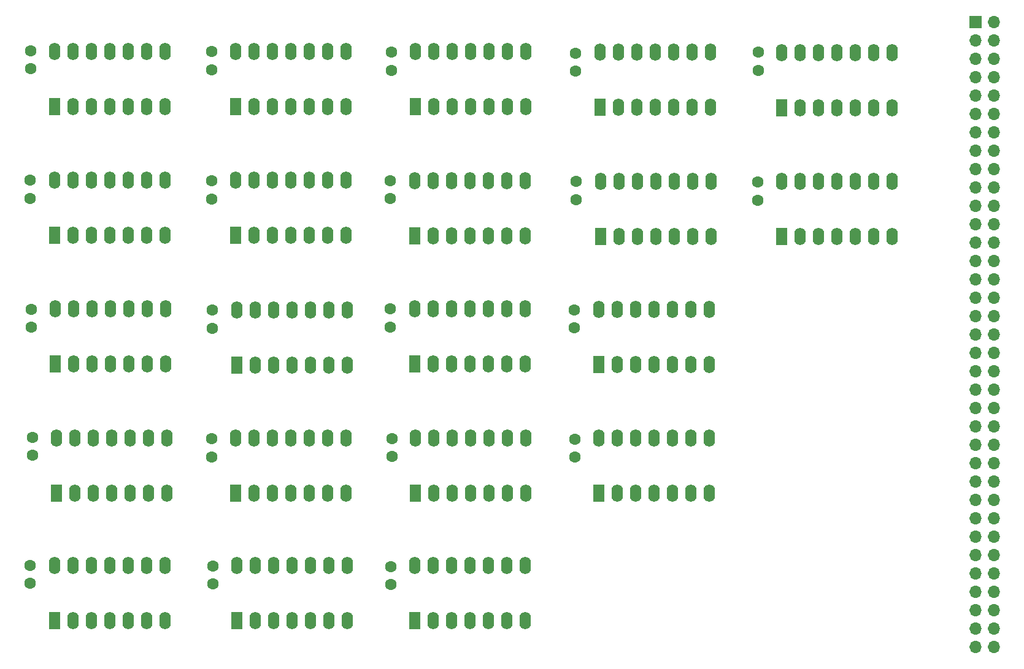
<source format=gbr>
G04 #@! TF.FileFunction,Soldermask,Bot*
%FSLAX46Y46*%
G04 Gerber Fmt 4.6, Leading zero omitted, Abs format (unit mm)*
G04 Created by KiCad (PCBNEW (2016-09-07 BZR 7135, Git c8cf783)-product) date Sat Feb  4 03:26:47 2017*
%MOMM*%
%LPD*%
G01*
G04 APERTURE LIST*
%ADD10C,0.100000*%
%ADD11R,1.600000X2.400000*%
%ADD12O,1.600000X2.400000*%
%ADD13R,1.700000X1.700000*%
%ADD14O,1.700000X1.700000*%
%ADD15C,1.600000*%
G04 APERTURE END LIST*
D10*
D11*
X51086900Y-38000000D03*
D12*
X66326900Y-30380000D03*
X53626900Y-38000000D03*
X63786900Y-30380000D03*
X56166900Y-38000000D03*
X61246900Y-30380000D03*
X58706900Y-38000000D03*
X58706900Y-30380000D03*
X61246900Y-38000000D03*
X56166900Y-30380000D03*
X63786900Y-38000000D03*
X53626900Y-30380000D03*
X66326900Y-38000000D03*
X51086900Y-30380000D03*
D11*
X76091100Y-38000000D03*
D12*
X91331100Y-30380000D03*
X78631100Y-38000000D03*
X88791100Y-30380000D03*
X81171100Y-38000000D03*
X86251100Y-30380000D03*
X83711100Y-38000000D03*
X83711100Y-30380000D03*
X86251100Y-38000000D03*
X81171100Y-30380000D03*
X88791100Y-38000000D03*
X78631100Y-30380000D03*
X91331100Y-38000000D03*
X76091100Y-30380000D03*
D11*
X100862000Y-37975000D03*
D12*
X116102000Y-30355000D03*
X103402000Y-37975000D03*
X113562000Y-30355000D03*
X105942000Y-37975000D03*
X111022000Y-30355000D03*
X108482000Y-37975000D03*
X108482000Y-30355000D03*
X111022000Y-37975000D03*
X105942000Y-30355000D03*
X113562000Y-37975000D03*
X103402000Y-30355000D03*
X116102000Y-37975000D03*
X100862000Y-30355000D03*
D11*
X126342000Y-38050000D03*
D12*
X141582000Y-30430000D03*
X128882000Y-38050000D03*
X139042000Y-30430000D03*
X131422000Y-38050000D03*
X136502000Y-30430000D03*
X133962000Y-38050000D03*
X133962000Y-30430000D03*
X136502000Y-38050000D03*
X131422000Y-30430000D03*
X139042000Y-38050000D03*
X128882000Y-30430000D03*
X141582000Y-38050000D03*
X126342000Y-30430000D03*
D11*
X151461000Y-38150000D03*
D12*
X166701000Y-30530000D03*
X154001000Y-38150000D03*
X164161000Y-30530000D03*
X156541000Y-38150000D03*
X161621000Y-30530000D03*
X159081000Y-38150000D03*
X159081000Y-30530000D03*
X161621000Y-38150000D03*
X156541000Y-30530000D03*
X164161000Y-38150000D03*
X154001000Y-30530000D03*
X166701000Y-38150000D03*
X151461000Y-30530000D03*
D11*
X51086900Y-55728100D03*
D12*
X66326900Y-48108100D03*
X53626900Y-55728100D03*
X63786900Y-48108100D03*
X56166900Y-55728100D03*
X61246900Y-48108100D03*
X58706900Y-55728100D03*
X58706900Y-48108100D03*
X61246900Y-55728100D03*
X56166900Y-48108100D03*
X63786900Y-55728100D03*
X53626900Y-48108100D03*
X66326900Y-55728100D03*
X51086900Y-48108100D03*
D11*
X76091100Y-55780000D03*
D12*
X91331100Y-48160000D03*
X78631100Y-55780000D03*
X88791100Y-48160000D03*
X81171100Y-55780000D03*
X86251100Y-48160000D03*
X83711100Y-55780000D03*
X83711100Y-48160000D03*
X86251100Y-55780000D03*
X81171100Y-48160000D03*
X88791100Y-55780000D03*
X78631100Y-48160000D03*
X91331100Y-55780000D03*
X76091100Y-48160000D03*
D11*
X100803000Y-55799400D03*
D12*
X116043000Y-48179400D03*
X103343000Y-55799400D03*
X113503000Y-48179400D03*
X105883000Y-55799400D03*
X110963000Y-48179400D03*
X108423000Y-55799400D03*
X108423000Y-48179400D03*
X110963000Y-55799400D03*
X105883000Y-48179400D03*
X113503000Y-55799400D03*
X103343000Y-48179400D03*
X116043000Y-55799400D03*
X100803000Y-48179400D03*
D11*
X126442000Y-55888300D03*
D12*
X141682000Y-48268300D03*
X128982000Y-55888300D03*
X139142000Y-48268300D03*
X131522000Y-55888300D03*
X136602000Y-48268300D03*
X134062000Y-55888300D03*
X134062000Y-48268300D03*
X136602000Y-55888300D03*
X131522000Y-48268300D03*
X139142000Y-55888300D03*
X128982000Y-48268300D03*
X141682000Y-55888300D03*
X126442000Y-48268300D03*
D11*
X151425000Y-55888300D03*
D12*
X166665000Y-48268300D03*
X153965000Y-55888300D03*
X164125000Y-48268300D03*
X156505000Y-55888300D03*
X161585000Y-48268300D03*
X159045000Y-55888300D03*
X159045000Y-48268300D03*
X161585000Y-55888300D03*
X156505000Y-48268300D03*
X164125000Y-55888300D03*
X153965000Y-48268300D03*
X166665000Y-55888300D03*
X151425000Y-48268300D03*
D11*
X51205000Y-73508800D03*
D12*
X66445000Y-65888800D03*
X53745000Y-73508800D03*
X63905000Y-65888800D03*
X56285000Y-73508800D03*
X61365000Y-65888800D03*
X58825000Y-73508800D03*
X58825000Y-65888800D03*
X61365000Y-73508800D03*
X56285000Y-65888800D03*
X63905000Y-73508800D03*
X53745000Y-65888800D03*
X66445000Y-73508800D03*
X51205000Y-65888800D03*
D11*
X76225600Y-73695000D03*
D12*
X91465600Y-66075000D03*
X78765600Y-73695000D03*
X88925600Y-66075000D03*
X81305600Y-73695000D03*
X86385600Y-66075000D03*
X83845600Y-73695000D03*
X83845600Y-66075000D03*
X86385600Y-73695000D03*
X81305600Y-66075000D03*
X88925600Y-73695000D03*
X78765600Y-66075000D03*
X91465600Y-73695000D03*
X76225600Y-66075000D03*
D11*
X100803000Y-73521200D03*
D12*
X116043000Y-65901200D03*
X103343000Y-73521200D03*
X113503000Y-65901200D03*
X105883000Y-73521200D03*
X110963000Y-65901200D03*
X108423000Y-73521200D03*
X108423000Y-65901200D03*
X110963000Y-73521200D03*
X105883000Y-65901200D03*
X113503000Y-73521200D03*
X103343000Y-65901200D03*
X116043000Y-73521200D03*
X100803000Y-65901200D03*
D11*
X126232000Y-73599200D03*
D12*
X141472000Y-65979200D03*
X128772000Y-73599200D03*
X138932000Y-65979200D03*
X131312000Y-73599200D03*
X136392000Y-65979200D03*
X133852000Y-73599200D03*
X133852000Y-65979200D03*
X136392000Y-73599200D03*
X131312000Y-65979200D03*
X138932000Y-73599200D03*
X128772000Y-65979200D03*
X141472000Y-73599200D03*
X126232000Y-65979200D03*
D11*
X51380000Y-91390000D03*
D12*
X66620000Y-83770000D03*
X53920000Y-91390000D03*
X64080000Y-83770000D03*
X56460000Y-91390000D03*
X61540000Y-83770000D03*
X59000000Y-91390000D03*
X59000000Y-83770000D03*
X61540000Y-91390000D03*
X56460000Y-83770000D03*
X64080000Y-91390000D03*
X53920000Y-83770000D03*
X66620000Y-91390000D03*
X51380000Y-83770000D03*
D11*
X76091100Y-91390000D03*
D12*
X91331100Y-83770000D03*
X78631100Y-91390000D03*
X88791100Y-83770000D03*
X81171100Y-91390000D03*
X86251100Y-83770000D03*
X83711100Y-91390000D03*
X83711100Y-83770000D03*
X86251100Y-91390000D03*
X81171100Y-83770000D03*
X88791100Y-91390000D03*
X78631100Y-83770000D03*
X91331100Y-91390000D03*
X76091100Y-83770000D03*
D11*
X100912000Y-91390000D03*
D12*
X116152000Y-83770000D03*
X103452000Y-91390000D03*
X113612000Y-83770000D03*
X105992000Y-91390000D03*
X111072000Y-83770000D03*
X108532000Y-91390000D03*
X108532000Y-83770000D03*
X111072000Y-91390000D03*
X105992000Y-83770000D03*
X113612000Y-91390000D03*
X103452000Y-83770000D03*
X116152000Y-91390000D03*
X100912000Y-83770000D03*
D11*
X126232000Y-91390000D03*
D12*
X141472000Y-83770000D03*
X128772000Y-91390000D03*
X138932000Y-83770000D03*
X131312000Y-91390000D03*
X136392000Y-83770000D03*
X133852000Y-91390000D03*
X133852000Y-83770000D03*
X136392000Y-91390000D03*
X131312000Y-83770000D03*
X138932000Y-91390000D03*
X128772000Y-83770000D03*
X141472000Y-91390000D03*
X126232000Y-83770000D03*
D11*
X51105000Y-108995000D03*
D12*
X66345000Y-101375000D03*
X53645000Y-108995000D03*
X63805000Y-101375000D03*
X56185000Y-108995000D03*
X61265000Y-101375000D03*
X58725000Y-108995000D03*
X58725000Y-101375000D03*
X61265000Y-108995000D03*
X56185000Y-101375000D03*
X63805000Y-108995000D03*
X53645000Y-101375000D03*
X66345000Y-108995000D03*
X51105000Y-101375000D03*
D11*
X76200600Y-108995000D03*
D12*
X91440600Y-101375000D03*
X78740600Y-108995000D03*
X88900600Y-101375000D03*
X81280600Y-108995000D03*
X86360600Y-101375000D03*
X83820600Y-108995000D03*
X83820600Y-101375000D03*
X86360600Y-108995000D03*
X81280600Y-101375000D03*
X88900600Y-108995000D03*
X78740600Y-101375000D03*
X91440600Y-108995000D03*
X76200600Y-101375000D03*
D11*
X100812000Y-108995000D03*
D12*
X116052000Y-101375000D03*
X103352000Y-108995000D03*
X113512000Y-101375000D03*
X105892000Y-108995000D03*
X110972000Y-101375000D03*
X108432000Y-108995000D03*
X108432000Y-101375000D03*
X110972000Y-108995000D03*
X105892000Y-101375000D03*
X113512000Y-108995000D03*
X103352000Y-101375000D03*
X116052000Y-108995000D03*
X100812000Y-101375000D03*
D13*
X178150000Y-26270000D03*
D14*
X180690000Y-26270000D03*
X178150000Y-28810000D03*
X180690000Y-28810000D03*
X178150000Y-31350000D03*
X180690000Y-31350000D03*
X178150000Y-33890000D03*
X180690000Y-33890000D03*
X178150000Y-36430000D03*
X180690000Y-36430000D03*
X178150000Y-38970000D03*
X180690000Y-38970000D03*
X178150000Y-41510000D03*
X180690000Y-41510000D03*
X178150000Y-44050000D03*
X180690000Y-44050000D03*
X178150000Y-46590000D03*
X180690000Y-46590000D03*
X178150000Y-49130000D03*
X180690000Y-49130000D03*
X178150000Y-51670000D03*
X180690000Y-51670000D03*
X178150000Y-54210000D03*
X180690000Y-54210000D03*
X178150000Y-56750000D03*
X180690000Y-56750000D03*
X178150000Y-59290000D03*
X180690000Y-59290000D03*
X178150000Y-61830000D03*
X180690000Y-61830000D03*
X178150000Y-64370000D03*
X180690000Y-64370000D03*
X178150000Y-66910000D03*
X180690000Y-66910000D03*
X178150000Y-69450000D03*
X180690000Y-69450000D03*
X178150000Y-71990000D03*
X180690000Y-71990000D03*
X178150000Y-74530000D03*
X180690000Y-74530000D03*
X178150000Y-77070000D03*
X180690000Y-77070000D03*
X178150000Y-79610000D03*
X180690000Y-79610000D03*
X178150000Y-82150000D03*
X180690000Y-82150000D03*
X178150000Y-84690000D03*
X180690000Y-84690000D03*
X178150000Y-87230000D03*
X180690000Y-87230000D03*
X178150000Y-89770000D03*
X180690000Y-89770000D03*
X178150000Y-92310000D03*
X180690000Y-92310000D03*
X178150000Y-94850000D03*
X180690000Y-94850000D03*
X178150000Y-97390000D03*
X180690000Y-97390000D03*
X178150000Y-99930000D03*
X180690000Y-99930000D03*
X178150000Y-102470000D03*
X180690000Y-102470000D03*
X178150000Y-105010000D03*
X180690000Y-105010000D03*
X178150000Y-107550000D03*
X180690000Y-107550000D03*
X178150000Y-110090000D03*
X180690000Y-110090000D03*
X178150000Y-112630000D03*
X180690000Y-112630000D03*
D15*
X97450000Y-101525000D03*
X97450000Y-104025000D03*
X72900000Y-101425000D03*
X72900000Y-103925000D03*
X47725000Y-101350000D03*
X47725000Y-103850000D03*
X122925000Y-83900000D03*
X122925000Y-86400000D03*
X97625000Y-83825000D03*
X97625000Y-86325000D03*
X72800000Y-83850000D03*
X72800000Y-86350000D03*
X48050000Y-83675000D03*
X48050000Y-86175000D03*
X122825000Y-66050000D03*
X122825000Y-68550000D03*
X97400000Y-65925000D03*
X97400000Y-68425000D03*
X72825000Y-66075000D03*
X72825000Y-68575000D03*
X47875000Y-65975000D03*
X47875000Y-68475000D03*
X148150000Y-48375000D03*
X148150000Y-50875000D03*
X123100000Y-48300000D03*
X123100000Y-50800000D03*
X97400000Y-48175000D03*
X97400000Y-50675000D03*
X72750000Y-48225000D03*
X72750000Y-50725000D03*
X47725000Y-48125000D03*
X47725000Y-50625000D03*
X148225000Y-30450000D03*
X148225000Y-32950000D03*
X123000000Y-30550000D03*
X123000000Y-33050000D03*
X97550000Y-30425000D03*
X97550000Y-32925000D03*
X72775000Y-30350000D03*
X72775000Y-32850000D03*
X47800000Y-30225000D03*
X47800000Y-32725000D03*
M02*

</source>
